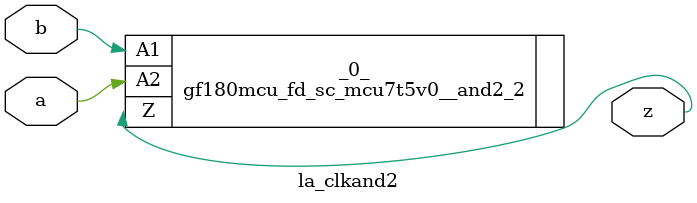
<source format=v>

/* Generated by Yosys 0.37 (git sha1 a5c7f69ed, clang 14.0.0-1ubuntu1.1 -fPIC -Os) */

module la_clkand2(a, b, z);
  input a;
  wire a;
  input b;
  wire b;
  output z;
  wire z;
  gf180mcu_fd_sc_mcu7t5v0__and2_2 _0_ (
    .A1(b),
    .A2(a),
    .Z(z)
  );
endmodule

</source>
